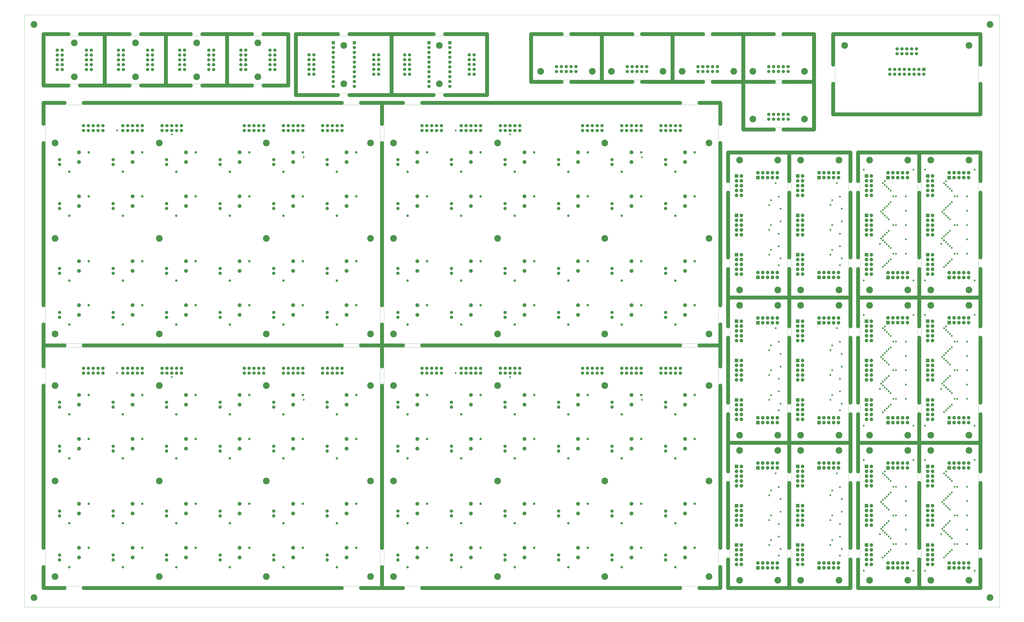
<source format=gbs>
%FSLAX44Y44*%
%MOMM*%
G71*
G01*
G75*
G04 Layer_Color=16711935*
%ADD10C,0.1000*%
%ADD11C,2.0000*%
%ADD12C,1.5000*%
%ADD13R,1.5000X1.4000*%
%ADD14C,0.3048*%
%ADD15C,0.6350*%
%ADD16C,0.4064*%
%ADD17O,0.6000X1.9000*%
G04:AMPARAMS|DCode=18|XSize=0.64mm|YSize=0.8mm|CornerRadius=0.064mm|HoleSize=0mm|Usage=FLASHONLY|Rotation=180.000|XOffset=0mm|YOffset=0mm|HoleType=Round|Shape=RoundedRectangle|*
%AMROUNDEDRECTD18*
21,1,0.6400,0.6720,0,0,180.0*
21,1,0.5120,0.8000,0,0,180.0*
1,1,0.1280,-0.2560,0.3360*
1,1,0.1280,0.2560,0.3360*
1,1,0.1280,0.2560,-0.3360*
1,1,0.1280,-0.2560,-0.3360*
%
%ADD18ROUNDEDRECTD18*%
G04:AMPARAMS|DCode=19|XSize=0.44mm|YSize=0.8mm|CornerRadius=0.044mm|HoleSize=0mm|Usage=FLASHONLY|Rotation=180.000|XOffset=0mm|YOffset=0mm|HoleType=Round|Shape=RoundedRectangle|*
%AMROUNDEDRECTD19*
21,1,0.4400,0.7120,0,0,180.0*
21,1,0.3520,0.8000,0,0,180.0*
1,1,0.0880,-0.1760,0.3560*
1,1,0.0880,0.1760,0.3560*
1,1,0.0880,0.1760,-0.3560*
1,1,0.0880,-0.1760,-0.3560*
%
%ADD19ROUNDEDRECTD19*%
%ADD20R,1.4000X1.5000*%
%ADD21C,0.2540*%
%ADD22C,1.0160*%
%ADD23C,0.5080*%
%ADD24C,0.7620*%
G04:AMPARAMS|DCode=25|XSize=0.64mm|YSize=0.8mm|CornerRadius=0.064mm|HoleSize=0mm|Usage=FLASHONLY|Rotation=90.000|XOffset=0mm|YOffset=0mm|HoleType=Round|Shape=RoundedRectangle|*
%AMROUNDEDRECTD25*
21,1,0.6400,0.6720,0,0,90.0*
21,1,0.5120,0.8000,0,0,90.0*
1,1,0.1280,0.3360,0.2560*
1,1,0.1280,0.3360,-0.2560*
1,1,0.1280,-0.3360,-0.2560*
1,1,0.1280,-0.3360,0.2560*
%
%ADD25ROUNDEDRECTD25*%
G04:AMPARAMS|DCode=26|XSize=0.44mm|YSize=0.8mm|CornerRadius=0.044mm|HoleSize=0mm|Usage=FLASHONLY|Rotation=90.000|XOffset=0mm|YOffset=0mm|HoleType=Round|Shape=RoundedRectangle|*
%AMROUNDEDRECTD26*
21,1,0.4400,0.7120,0,0,90.0*
21,1,0.3520,0.8000,0,0,90.0*
1,1,0.0880,0.3560,0.1760*
1,1,0.0880,0.3560,-0.1760*
1,1,0.0880,-0.3560,-0.1760*
1,1,0.0880,-0.3560,0.1760*
%
%ADD26ROUNDEDRECTD26*%
%ADD27O,2.2000X0.6000*%
%ADD28C,1.2700*%
G04:AMPARAMS|DCode=29|XSize=2.1mm|YSize=1.4mm|CornerRadius=0.14mm|HoleSize=0mm|Usage=FLASHONLY|Rotation=90.000|XOffset=0mm|YOffset=0mm|HoleType=Round|Shape=RoundedRectangle|*
%AMROUNDEDRECTD29*
21,1,2.1000,1.1200,0,0,90.0*
21,1,1.8200,1.4000,0,0,90.0*
1,1,0.2800,0.5600,0.9100*
1,1,0.2800,0.5600,-0.9100*
1,1,0.2800,-0.5600,-0.9100*
1,1,0.2800,-0.5600,0.9100*
%
%ADD29ROUNDEDRECTD29*%
%ADD30C,3.3000*%
%ADD31R,1.5000X1.5000*%
%ADD32C,1.6500*%
%ADD33R,1.6500X1.6500*%
%ADD34R,1.6500X1.6500*%
%ADD35C,0.7620*%
%ADD36C,1.8000*%
%ADD37C,1.1000*%
%ADD38O,1.5500X1.5000*%
%ADD39R,1.5000X1.5000*%
%ADD40C,0.2000*%
%ADD41C,0.1500*%
%ADD42C,0.2500*%
%ADD43C,0.1200*%
%ADD44C,0.1400*%
%ADD45R,4.1000X1.9000*%
%ADD46R,1.9000X4.1000*%
%ADD47C,0.1800*%
%ADD48C,4.3000*%
%ADD49R,1.7032X1.6032*%
%ADD50O,0.8032X2.1032*%
G04:AMPARAMS|DCode=51|XSize=0.8432mm|YSize=1.0032mm|CornerRadius=0.1656mm|HoleSize=0mm|Usage=FLASHONLY|Rotation=180.000|XOffset=0mm|YOffset=0mm|HoleType=Round|Shape=RoundedRectangle|*
%AMROUNDEDRECTD51*
21,1,0.8432,0.6720,0,0,180.0*
21,1,0.5120,1.0032,0,0,180.0*
1,1,0.3312,-0.2560,0.3360*
1,1,0.3312,0.2560,0.3360*
1,1,0.3312,0.2560,-0.3360*
1,1,0.3312,-0.2560,-0.3360*
%
%ADD51ROUNDEDRECTD51*%
G04:AMPARAMS|DCode=52|XSize=0.6432mm|YSize=1.0032mm|CornerRadius=0.1456mm|HoleSize=0mm|Usage=FLASHONLY|Rotation=180.000|XOffset=0mm|YOffset=0mm|HoleType=Round|Shape=RoundedRectangle|*
%AMROUNDEDRECTD52*
21,1,0.6432,0.7120,0,0,180.0*
21,1,0.3520,1.0032,0,0,180.0*
1,1,0.2912,-0.1760,0.3560*
1,1,0.2912,0.1760,0.3560*
1,1,0.2912,0.1760,-0.3560*
1,1,0.2912,-0.1760,-0.3560*
%
%ADD52ROUNDEDRECTD52*%
%ADD53R,1.6032X1.7032*%
G04:AMPARAMS|DCode=54|XSize=0.8432mm|YSize=1.0032mm|CornerRadius=0.1656mm|HoleSize=0mm|Usage=FLASHONLY|Rotation=90.000|XOffset=0mm|YOffset=0mm|HoleType=Round|Shape=RoundedRectangle|*
%AMROUNDEDRECTD54*
21,1,0.8432,0.6720,0,0,90.0*
21,1,0.5120,1.0032,0,0,90.0*
1,1,0.3312,0.3360,0.2560*
1,1,0.3312,0.3360,-0.2560*
1,1,0.3312,-0.3360,-0.2560*
1,1,0.3312,-0.3360,0.2560*
%
%ADD54ROUNDEDRECTD54*%
G04:AMPARAMS|DCode=55|XSize=0.6432mm|YSize=1.0032mm|CornerRadius=0.1456mm|HoleSize=0mm|Usage=FLASHONLY|Rotation=90.000|XOffset=0mm|YOffset=0mm|HoleType=Round|Shape=RoundedRectangle|*
%AMROUNDEDRECTD55*
21,1,0.6432,0.7120,0,0,90.0*
21,1,0.3520,1.0032,0,0,90.0*
1,1,0.2912,0.3560,0.1760*
1,1,0.2912,0.3560,-0.1760*
1,1,0.2912,-0.3560,-0.1760*
1,1,0.2912,-0.3560,0.1760*
%
%ADD55ROUNDEDRECTD55*%
%ADD56O,2.4032X0.8032*%
G04:AMPARAMS|DCode=57|XSize=2.3032mm|YSize=1.6032mm|CornerRadius=0.2416mm|HoleSize=0mm|Usage=FLASHONLY|Rotation=90.000|XOffset=0mm|YOffset=0mm|HoleType=Round|Shape=RoundedRectangle|*
%AMROUNDEDRECTD57*
21,1,2.3032,1.1200,0,0,90.0*
21,1,1.8200,1.6032,0,0,90.0*
1,1,0.4832,0.5600,0.9100*
1,1,0.4832,0.5600,-0.9100*
1,1,0.4832,-0.5600,-0.9100*
1,1,0.4832,-0.5600,0.9100*
%
%ADD57ROUNDEDRECTD57*%
%ADD58C,3.5032*%
%ADD59C,1.7032*%
%ADD60R,1.7032X1.7032*%
%ADD61C,1.8532*%
%ADD62R,1.8532X1.8532*%
%ADD63R,1.8532X1.8532*%
%ADD64C,0.9652*%
%ADD65C,2.0032*%
%ADD66C,1.3032*%
%ADD67O,1.7532X1.7032*%
%ADD68R,1.7032X1.7032*%
D10*
X0Y0D02*
Y3100000D01*
X5100000D01*
Y0D02*
Y3100000D01*
X0Y0D02*
X5100000D01*
X110000Y210000D02*
Y310000D01*
X210000Y110000D02*
X310000D01*
X110000Y1160000D02*
Y1260000D01*
X210000Y1360000D02*
X310000D01*
X1660000D02*
X1760000D01*
X1860000Y1160000D02*
Y1260000D01*
Y210000D02*
Y310000D01*
X1660000Y110000D02*
X1760000D01*
X1660000Y1380000D02*
X1760000D01*
X1860000Y1480000D02*
Y1580000D01*
Y2430000D02*
Y2530000D01*
X1660000Y2630000D02*
X1760000D01*
X210000D02*
X310000D01*
X110000Y2430000D02*
Y2530000D01*
X210000Y1380000D02*
X310000D01*
X110000Y1480000D02*
Y1580000D01*
X3430000Y1380000D02*
X3530000D01*
X3630000Y1480000D02*
Y1580000D01*
Y2430000D02*
Y2530000D01*
X3430000Y2630000D02*
X3530000D01*
X1980000D02*
X2080000D01*
X1880000Y2430000D02*
Y2530000D01*
X1980000Y1380000D02*
X2080000D01*
X1880000Y1480000D02*
Y1580000D01*
X3430000Y110000D02*
X3530000D01*
X3630000Y210000D02*
Y310000D01*
Y1160000D02*
Y1260000D01*
X3430000Y1360000D02*
X3530000D01*
X1980000D02*
X2080000D01*
X1880000Y1160000D02*
Y1260000D01*
X1980000Y110000D02*
X2080000D01*
X1880000Y210000D02*
Y310000D01*
X230000Y2990000D02*
X290000D01*
X230000Y2740000D02*
X290000D01*
X550000D02*
X610000D01*
X550000Y2990000D02*
X610000D01*
X870000Y2740000D02*
X930000D01*
X870000Y2990000D02*
X930000D01*
X1190000Y2740000D02*
X1250000D01*
X1190000Y2990000D02*
X1250000D01*
X1640000D02*
X1700000D01*
X1640000Y2690000D02*
X1700000D01*
X2140000Y2990000D02*
X2200000D01*
X2140000Y2690000D02*
X2200000D01*
X3690000Y250000D02*
Y310000D01*
Y650000D02*
Y710000D01*
X3990000Y650000D02*
Y710000D01*
Y250000D02*
Y310000D01*
X4010000Y650000D02*
Y710000D01*
Y250000D02*
Y310000D01*
X4310000Y650000D02*
Y710000D01*
Y250000D02*
Y310000D01*
X4990000Y250000D02*
Y310000D01*
Y650000D02*
Y710000D01*
X4690000Y250000D02*
Y310000D01*
Y650000D02*
Y710000D01*
X4670000Y250000D02*
Y310000D01*
Y650000D02*
Y710000D01*
X4370000Y650000D02*
Y710000D01*
Y250000D02*
Y310000D01*
X4310000Y1010000D02*
Y1070000D01*
Y1410000D02*
Y1470000D01*
X4010000Y1010000D02*
Y1070000D01*
Y1410000D02*
Y1470000D01*
X3990000Y1010000D02*
Y1070000D01*
Y1410000D02*
Y1470000D01*
X3690000Y1410000D02*
Y1470000D01*
Y1010000D02*
Y1070000D01*
X4990000Y1010000D02*
Y1070000D01*
Y1410000D02*
Y1470000D01*
X4690000Y1010000D02*
Y1070000D01*
Y1410000D02*
Y1470000D01*
X4670000Y1010000D02*
Y1070000D01*
Y1410000D02*
Y1470000D01*
X4370000Y1410000D02*
Y1470000D01*
Y1010000D02*
Y1070000D01*
X4310000Y1770000D02*
Y1830000D01*
Y2170000D02*
Y2230000D01*
X4010000Y1770000D02*
Y1830000D01*
Y2170000D02*
Y2230000D01*
X3990000Y1770000D02*
Y1830000D01*
Y2170000D02*
Y2230000D01*
X3690000Y2170000D02*
Y2230000D01*
Y1770000D02*
Y1830000D01*
X4990000Y1770000D02*
Y1830000D01*
Y2170000D02*
Y2230000D01*
X4690000Y1770000D02*
Y1830000D01*
Y2170000D02*
Y2230000D01*
X4670000Y1770000D02*
Y1830000D01*
Y2170000D02*
Y2230000D01*
X4370000Y2170000D02*
Y2230000D01*
Y1770000D02*
Y1830000D01*
X4990000Y2740000D02*
Y2840000D01*
X4240000Y2740000D02*
Y2840000D01*
X2805000Y2760000D02*
X2865000D01*
X2805000Y2990000D02*
X2865000D01*
X3175000D02*
X3235000D01*
X3175000Y2760000D02*
X3235000D01*
X3545000Y2990000D02*
X3605000D01*
X3545000Y2760000D02*
X3605000D01*
X3915000Y2990000D02*
X3975000D01*
X3915000Y2760000D02*
X3975000D01*
X3915000Y2740000D02*
X3975000D01*
X3915000Y2510000D02*
X3975000D01*
D11*
X3530000Y1370000D02*
X3640000D01*
X100000Y100000D02*
X210000D01*
X100000D02*
Y210000D01*
Y1370000D02*
X210000D01*
X310000Y100000D02*
X1660000D01*
X1760000D02*
X1980000D01*
X2080000D02*
X3430000D01*
X3530000D02*
X3640000D01*
Y210000D01*
Y310000D02*
Y1160000D01*
Y1260000D02*
Y1480000D01*
Y1580000D02*
Y2430000D01*
X1870000Y1580000D02*
Y2430000D01*
Y1260000D02*
Y1480000D01*
Y310000D02*
Y1160000D01*
X100000Y1580000D02*
Y2430000D01*
Y1260000D02*
Y1480000D01*
Y310000D02*
Y1160000D01*
X2080000Y1370000D02*
X3430000D01*
X1760000D02*
X1980000D01*
X310000D02*
X1660000D01*
X1870000Y100000D02*
Y210000D01*
X5000000Y100000D02*
Y250000D01*
Y310000D02*
Y650000D01*
Y710000D02*
Y1010000D01*
Y1070000D02*
Y1410000D01*
Y1470000D02*
Y1770000D01*
Y1830000D02*
Y2170000D01*
Y2230000D02*
Y2380000D01*
X4680000Y2230000D02*
Y2380000D01*
Y1830000D02*
Y2170000D01*
Y1470000D02*
Y1770000D01*
Y1070000D02*
Y1410000D01*
Y710000D02*
Y1010000D01*
Y310000D02*
Y650000D01*
X4360000Y2230000D02*
Y2380000D01*
Y1830000D02*
Y2170000D01*
Y1470000D02*
Y1770000D01*
Y1070000D02*
Y1410000D01*
Y710000D02*
Y1010000D01*
Y310000D02*
Y650000D01*
Y100000D02*
Y250000D01*
X4320000Y2230000D02*
Y2380000D01*
Y1830000D02*
Y2170000D01*
Y1470000D02*
Y1770000D01*
Y1070000D02*
Y1410000D01*
Y710000D02*
Y1010000D01*
Y310000D02*
Y650000D01*
Y100000D02*
Y250000D01*
X4000000Y2230000D02*
Y2380000D01*
Y1830000D02*
Y2170000D01*
Y1470000D02*
Y1770000D01*
Y1070000D02*
Y1410000D01*
Y710000D02*
Y1010000D01*
Y310000D02*
Y650000D01*
X3680000Y2230000D02*
Y2380000D01*
Y1830000D02*
Y2170000D01*
Y1470000D02*
Y1770000D01*
Y1070000D02*
Y1410000D01*
Y710000D02*
Y1010000D01*
Y310000D02*
Y650000D01*
Y100000D02*
Y250000D01*
Y1620000D02*
X4320000D01*
X4360000D02*
X5000000D01*
X3680000Y860000D02*
X4320000D01*
X4360000D02*
X5000000D01*
X310000Y2640000D02*
X1660000D01*
X1760000D02*
X1980000D01*
X2080000D02*
X3430000D01*
X1870000Y2530000D02*
Y2640000D01*
X100000D02*
X210000D01*
X100000Y2530000D02*
Y2640000D01*
X3640000Y2530000D02*
Y2640000D01*
X3530000D02*
X3640000D01*
X100000Y2730000D02*
Y3000000D01*
X230000D01*
X100000Y2730000D02*
X230000D01*
X420000D02*
Y3000000D01*
X290000D02*
X550000D01*
X290000Y2730000D02*
X550000D01*
X610000D02*
X870000D01*
X610000Y3000000D02*
X870000D01*
X740000Y2730000D02*
Y3000000D01*
X930000Y2730000D02*
X1190000D01*
X930000Y3000000D02*
X1190000D01*
X1060000Y2730000D02*
Y3000000D01*
X1250000D02*
X1380000D01*
X1250000Y2730000D02*
X1380000D01*
Y3000000D01*
X1420000Y2680000D02*
Y3000000D01*
Y2680000D02*
X1640000D01*
X1700000D02*
X2140000D01*
X2200000D02*
X2420000D01*
Y3000000D01*
X2200000D02*
X2420000D01*
X1700000D02*
X2140000D01*
X1420000D02*
X1640000D01*
X1920000Y2680000D02*
Y3000000D01*
X2650000D02*
X2810000D01*
X2650000Y2750000D02*
Y3000000D01*
Y2750000D02*
X2810000D01*
X2860000D02*
X3180000D01*
X3230000D02*
X3550000D01*
X3600000D02*
X3920000D01*
X3970000D02*
X4130000D01*
X3970000Y3000000D02*
X4130000D01*
Y2500000D02*
Y3000000D01*
X3970000Y2500000D02*
X4130000D01*
X3760000D02*
X3920000D01*
X3760000D02*
Y3000000D01*
X3600000D02*
X3920000D01*
X3230000D02*
X3550000D01*
X2860000D02*
X3180000D01*
X3020000Y2750000D02*
Y3000000D01*
X3390000Y2750000D02*
Y3000000D01*
X4230000D02*
X5000000D01*
Y2840000D02*
Y3000000D01*
Y2580000D02*
Y2740000D01*
X4230000Y2580000D02*
X5000000D01*
X4230000D02*
Y2740000D01*
Y2840000D02*
Y3000000D01*
X4000000Y100000D02*
Y250000D01*
X4680000Y100000D02*
Y250000D01*
X3680000Y100000D02*
X4320000D01*
X4360000D02*
X5000000D01*
X3680000Y2380000D02*
X4320000D01*
X4360000D02*
X5000000D01*
D58*
X50000Y3050000D02*
D03*
Y50000D02*
D03*
X5050000D02*
D03*
Y3050000D02*
D03*
X3810000Y2805160D02*
D03*
X4080000D02*
D03*
X3440000D02*
D03*
X3710000D02*
D03*
X3070000D02*
D03*
X3340000D02*
D03*
X2700000D02*
D03*
X2970000D02*
D03*
X2170000Y2940000D02*
D03*
Y2740000D02*
D03*
X1670000Y2940000D02*
D03*
Y2740000D02*
D03*
X260400Y2953900D02*
D03*
Y2776100D02*
D03*
X580400Y2953900D02*
D03*
Y2776100D02*
D03*
X900400Y2953900D02*
D03*
Y2776100D02*
D03*
X1220400Y2953900D02*
D03*
Y2776100D02*
D03*
X4740000Y820000D02*
D03*
X4940000D02*
D03*
Y140000D02*
D03*
X4740000D02*
D03*
Y1580000D02*
D03*
X4940000D02*
D03*
Y900000D02*
D03*
X4740000D02*
D03*
Y2340000D02*
D03*
X4940000D02*
D03*
Y1660000D02*
D03*
X4740000D02*
D03*
X4420000Y820000D02*
D03*
X4620000D02*
D03*
Y140000D02*
D03*
X4420000D02*
D03*
Y1580000D02*
D03*
X4620000D02*
D03*
Y900000D02*
D03*
X4420000D02*
D03*
Y2340000D02*
D03*
X4620000D02*
D03*
Y1660000D02*
D03*
X4420000D02*
D03*
X1265000Y160000D02*
D03*
Y1160000D02*
D03*
Y660000D02*
D03*
X705000Y1160000D02*
D03*
Y160000D02*
D03*
X1810000Y660000D02*
D03*
X160000D02*
D03*
X705000D02*
D03*
X160000Y1160000D02*
D03*
X1810000D02*
D03*
Y160000D02*
D03*
X160000D02*
D03*
X3035000D02*
D03*
Y1160000D02*
D03*
Y660000D02*
D03*
X2475000Y1160000D02*
D03*
Y160000D02*
D03*
X3580000Y660000D02*
D03*
X1930000D02*
D03*
X2475000D02*
D03*
X1930000Y1160000D02*
D03*
X3580000D02*
D03*
Y160000D02*
D03*
X1930000D02*
D03*
X1265000Y1430000D02*
D03*
Y2430000D02*
D03*
Y1930000D02*
D03*
X705000Y2430000D02*
D03*
Y1430000D02*
D03*
X1810000Y1930000D02*
D03*
X160000D02*
D03*
X705000D02*
D03*
X160000Y2430000D02*
D03*
X1810000D02*
D03*
Y1430000D02*
D03*
X160000D02*
D03*
X3035000D02*
D03*
Y2430000D02*
D03*
Y1930000D02*
D03*
X2475000Y2430000D02*
D03*
Y1430000D02*
D03*
X3580000Y1930000D02*
D03*
X1930000D02*
D03*
X2475000D02*
D03*
X1930000Y2430000D02*
D03*
X3580000D02*
D03*
Y1430000D02*
D03*
X1930000D02*
D03*
X4060000Y140000D02*
D03*
X4260000D02*
D03*
Y820000D02*
D03*
X4060000D02*
D03*
Y900000D02*
D03*
X4260000D02*
D03*
Y1580000D02*
D03*
X4060000D02*
D03*
Y1660000D02*
D03*
X4260000D02*
D03*
Y2340000D02*
D03*
X4060000D02*
D03*
X3740000Y140000D02*
D03*
X3940000D02*
D03*
Y820000D02*
D03*
X3740000D02*
D03*
Y900000D02*
D03*
X3940000D02*
D03*
Y1580000D02*
D03*
X3740000D02*
D03*
Y1660000D02*
D03*
X3940000D02*
D03*
Y2340000D02*
D03*
X3740000D02*
D03*
X4290000Y2940000D02*
D03*
X4940000D02*
D03*
X3810000Y2555160D02*
D03*
X4080000D02*
D03*
D59*
X3893050Y2804400D02*
D03*
Y2829800D02*
D03*
X3918450Y2804400D02*
D03*
Y2829800D02*
D03*
X3943850Y2804400D02*
D03*
Y2829800D02*
D03*
X3969250Y2804400D02*
D03*
Y2829800D02*
D03*
X3994650Y2804400D02*
D03*
Y2829800D02*
D03*
X3523050Y2804400D02*
D03*
Y2829800D02*
D03*
X3548450Y2804400D02*
D03*
Y2829800D02*
D03*
X3573850Y2804400D02*
D03*
Y2829800D02*
D03*
X3599250Y2804400D02*
D03*
Y2829800D02*
D03*
X3624650Y2804400D02*
D03*
Y2829800D02*
D03*
X3153050Y2804400D02*
D03*
Y2829800D02*
D03*
X3178450Y2804400D02*
D03*
Y2829800D02*
D03*
X3203850Y2804400D02*
D03*
Y2829800D02*
D03*
X3229250Y2804400D02*
D03*
Y2829800D02*
D03*
X3254650Y2804400D02*
D03*
Y2829800D02*
D03*
X2783050Y2804400D02*
D03*
Y2829800D02*
D03*
X2808450Y2804400D02*
D03*
Y2829800D02*
D03*
X2833850Y2804400D02*
D03*
Y2829800D02*
D03*
X2859250Y2804400D02*
D03*
Y2829800D02*
D03*
X2884650Y2804400D02*
D03*
Y2829800D02*
D03*
X1988400Y2891000D02*
D03*
X2013800D02*
D03*
X1988400Y2865600D02*
D03*
X2013800D02*
D03*
X1988400Y2840200D02*
D03*
X2013800D02*
D03*
X1988400Y2814800D02*
D03*
X2013800D02*
D03*
X1988400Y2789400D02*
D03*
X2013800D02*
D03*
X2326700Y2891000D02*
D03*
X2352100D02*
D03*
X2326700Y2865600D02*
D03*
X2352100D02*
D03*
X2326700Y2840200D02*
D03*
X2352100D02*
D03*
X2326700Y2814800D02*
D03*
X2352100D02*
D03*
X2326700Y2789400D02*
D03*
X2352100D02*
D03*
X2115400Y2903700D02*
D03*
Y2725900D02*
D03*
Y2751300D02*
D03*
Y2776700D02*
D03*
Y2802100D02*
D03*
Y2827500D02*
D03*
Y2852900D02*
D03*
Y2878300D02*
D03*
Y2929100D02*
D03*
X2225100Y2903700D02*
D03*
Y2725900D02*
D03*
Y2751300D02*
D03*
Y2776700D02*
D03*
Y2802100D02*
D03*
Y2827500D02*
D03*
Y2852900D02*
D03*
Y2878300D02*
D03*
Y2929100D02*
D03*
X1488400Y2891000D02*
D03*
X1513800D02*
D03*
X1488400Y2865600D02*
D03*
X1513800D02*
D03*
X1488400Y2840200D02*
D03*
X1513800D02*
D03*
X1488400Y2814800D02*
D03*
X1513800D02*
D03*
X1488400Y2789400D02*
D03*
X1513800D02*
D03*
X1826700Y2891000D02*
D03*
X1852100D02*
D03*
X1826700Y2865600D02*
D03*
X1852100D02*
D03*
X1826700Y2840200D02*
D03*
X1852100D02*
D03*
X1826700Y2814800D02*
D03*
X1852100D02*
D03*
X1826700Y2789400D02*
D03*
X1852100D02*
D03*
X1615400Y2903700D02*
D03*
Y2725900D02*
D03*
Y2751300D02*
D03*
Y2776700D02*
D03*
Y2802100D02*
D03*
Y2827500D02*
D03*
Y2852900D02*
D03*
Y2878300D02*
D03*
Y2929100D02*
D03*
X1725100Y2903700D02*
D03*
Y2725900D02*
D03*
Y2751300D02*
D03*
Y2776700D02*
D03*
Y2802100D02*
D03*
Y2827500D02*
D03*
Y2852900D02*
D03*
Y2878300D02*
D03*
Y2929100D02*
D03*
X349300Y2814200D02*
D03*
X323900D02*
D03*
X349300Y2839600D02*
D03*
X323900D02*
D03*
X349300Y2865000D02*
D03*
X323900D02*
D03*
X349300Y2890400D02*
D03*
X323900D02*
D03*
X349300Y2915800D02*
D03*
X323900D02*
D03*
X171500D02*
D03*
X196900D02*
D03*
X171500Y2890400D02*
D03*
X196900D02*
D03*
X171500Y2865000D02*
D03*
X196900D02*
D03*
X171500Y2839600D02*
D03*
X196900D02*
D03*
X171500Y2814200D02*
D03*
X196900D02*
D03*
X669300D02*
D03*
X643900D02*
D03*
X669300Y2839600D02*
D03*
X643900D02*
D03*
X669300Y2865000D02*
D03*
X643900D02*
D03*
X669300Y2890400D02*
D03*
X643900D02*
D03*
X669300Y2915800D02*
D03*
X643900D02*
D03*
X491500D02*
D03*
X516900D02*
D03*
X491500Y2890400D02*
D03*
X516900D02*
D03*
X491500Y2865000D02*
D03*
X516900D02*
D03*
X491500Y2839600D02*
D03*
X516900D02*
D03*
X491500Y2814200D02*
D03*
X516900D02*
D03*
X989300D02*
D03*
X963900D02*
D03*
X989300Y2839600D02*
D03*
X963900D02*
D03*
X989300Y2865000D02*
D03*
X963900D02*
D03*
X989300Y2890400D02*
D03*
X963900D02*
D03*
X989300Y2915800D02*
D03*
X963900D02*
D03*
X811500D02*
D03*
X836900D02*
D03*
X811500Y2890400D02*
D03*
X836900D02*
D03*
X811500Y2865000D02*
D03*
X836900D02*
D03*
X811500Y2839600D02*
D03*
X836900D02*
D03*
X811500Y2814200D02*
D03*
X836900D02*
D03*
X1309300D02*
D03*
X1283900D02*
D03*
X1309300Y2839600D02*
D03*
X1283900D02*
D03*
X1309300Y2865000D02*
D03*
X1283900D02*
D03*
X1309300Y2890400D02*
D03*
X1283900D02*
D03*
X1309300Y2915800D02*
D03*
X1283900D02*
D03*
X1131500D02*
D03*
X1156900D02*
D03*
X1131500Y2890400D02*
D03*
X1156900D02*
D03*
X1131500Y2865000D02*
D03*
X1156900D02*
D03*
X1131500Y2839600D02*
D03*
X1156900D02*
D03*
X1131500Y2814200D02*
D03*
X1156900D02*
D03*
X1583400Y272700D02*
D03*
Y502700D02*
D03*
Y842700D02*
D03*
Y1072700D02*
D03*
X1303400Y272700D02*
D03*
X1303400Y502700D02*
D03*
Y842700D02*
D03*
Y1072700D02*
D03*
X1023400Y272700D02*
D03*
Y502700D02*
D03*
Y842700D02*
D03*
Y1072700D02*
D03*
X743400Y272700D02*
D03*
X743400Y502700D02*
D03*
Y842700D02*
D03*
X743400Y1072700D02*
D03*
X463400Y272700D02*
D03*
X463400Y502700D02*
D03*
Y842700D02*
D03*
X463400Y1072700D02*
D03*
X183400Y272700D02*
D03*
Y502700D02*
D03*
Y842700D02*
D03*
X183400Y1072700D02*
D03*
X1559200Y1225000D02*
D03*
Y1250400D02*
D03*
X1584600Y1225000D02*
D03*
Y1250400D02*
D03*
X1610000Y1225000D02*
D03*
Y1250400D02*
D03*
X1635400Y1225000D02*
D03*
Y1250400D02*
D03*
X1660800Y1225000D02*
D03*
Y1250400D02*
D03*
X719200Y1225000D02*
D03*
Y1250400D02*
D03*
X744600Y1225000D02*
D03*
Y1250400D02*
D03*
X770000Y1225000D02*
D03*
Y1250400D02*
D03*
X795400Y1225000D02*
D03*
Y1250400D02*
D03*
X820800Y1225000D02*
D03*
Y1250400D02*
D03*
X1354200Y1225000D02*
D03*
Y1250400D02*
D03*
X1379600Y1225000D02*
D03*
Y1250400D02*
D03*
X1405000Y1225000D02*
D03*
Y1250400D02*
D03*
X1430400Y1225000D02*
D03*
Y1250400D02*
D03*
X1455800Y1225000D02*
D03*
Y1250400D02*
D03*
X514200Y1225000D02*
D03*
Y1250400D02*
D03*
X539600Y1225000D02*
D03*
Y1250400D02*
D03*
X565000Y1225000D02*
D03*
Y1250400D02*
D03*
X590400Y1225000D02*
D03*
Y1250400D02*
D03*
X615800Y1225000D02*
D03*
Y1250400D02*
D03*
X1149200Y1225000D02*
D03*
Y1250400D02*
D03*
X1174600Y1225000D02*
D03*
Y1250400D02*
D03*
X1200000Y1225000D02*
D03*
Y1250400D02*
D03*
X1225400Y1225000D02*
D03*
Y1250400D02*
D03*
X1250800Y1225000D02*
D03*
Y1250400D02*
D03*
X309200Y1225000D02*
D03*
Y1250400D02*
D03*
X334600Y1225000D02*
D03*
Y1250400D02*
D03*
X360000Y1225000D02*
D03*
Y1250400D02*
D03*
X385400Y1225000D02*
D03*
Y1250400D02*
D03*
X410800Y1225000D02*
D03*
Y1250400D02*
D03*
X3353400Y272700D02*
D03*
Y502700D02*
D03*
Y842700D02*
D03*
Y1072700D02*
D03*
X3073400Y272700D02*
D03*
X3073400Y502700D02*
D03*
Y842700D02*
D03*
Y1072700D02*
D03*
X2793400Y272700D02*
D03*
Y502700D02*
D03*
Y842700D02*
D03*
Y1072700D02*
D03*
X2513400Y272700D02*
D03*
X2513400Y502700D02*
D03*
Y842700D02*
D03*
X2513400Y1072700D02*
D03*
X2233400Y272700D02*
D03*
X2233400Y502700D02*
D03*
Y842700D02*
D03*
X2233400Y1072700D02*
D03*
X1953400Y272700D02*
D03*
Y502700D02*
D03*
Y842700D02*
D03*
X1953400Y1072700D02*
D03*
X3329200Y1225000D02*
D03*
Y1250400D02*
D03*
X3354600Y1225000D02*
D03*
Y1250400D02*
D03*
X3380000Y1225000D02*
D03*
Y1250400D02*
D03*
X3405400Y1225000D02*
D03*
Y1250400D02*
D03*
X3430800Y1225000D02*
D03*
Y1250400D02*
D03*
X2489200Y1225000D02*
D03*
Y1250400D02*
D03*
X2514600Y1225000D02*
D03*
Y1250400D02*
D03*
X2540000Y1225000D02*
D03*
Y1250400D02*
D03*
X2565400Y1225000D02*
D03*
Y1250400D02*
D03*
X2590800Y1225000D02*
D03*
Y1250400D02*
D03*
X3124200Y1225000D02*
D03*
Y1250400D02*
D03*
X3149600Y1225000D02*
D03*
Y1250400D02*
D03*
X3175000Y1225000D02*
D03*
Y1250400D02*
D03*
X3200400Y1225000D02*
D03*
Y1250400D02*
D03*
X3225800Y1225000D02*
D03*
Y1250400D02*
D03*
X2284200Y1225000D02*
D03*
Y1250400D02*
D03*
X2309600Y1225000D02*
D03*
Y1250400D02*
D03*
X2335000Y1225000D02*
D03*
Y1250400D02*
D03*
X2360400Y1225000D02*
D03*
Y1250400D02*
D03*
X2385800Y1225000D02*
D03*
Y1250400D02*
D03*
X2919200Y1225000D02*
D03*
Y1250400D02*
D03*
X2944600Y1225000D02*
D03*
Y1250400D02*
D03*
X2970000Y1225000D02*
D03*
Y1250400D02*
D03*
X2995400Y1225000D02*
D03*
Y1250400D02*
D03*
X3020800Y1225000D02*
D03*
Y1250400D02*
D03*
X2079200Y1225000D02*
D03*
Y1250400D02*
D03*
X2104600Y1225000D02*
D03*
Y1250400D02*
D03*
X2130000Y1225000D02*
D03*
Y1250400D02*
D03*
X2155400Y1225000D02*
D03*
Y1250400D02*
D03*
X2180800Y1225000D02*
D03*
Y1250400D02*
D03*
X1583400Y1542700D02*
D03*
Y1772700D02*
D03*
Y2112700D02*
D03*
Y2342700D02*
D03*
X1303400Y1542700D02*
D03*
X1303400Y1772700D02*
D03*
Y2112700D02*
D03*
Y2342700D02*
D03*
X1023400Y1542700D02*
D03*
Y1772700D02*
D03*
Y2112700D02*
D03*
Y2342700D02*
D03*
X743400Y1542700D02*
D03*
X743400Y1772700D02*
D03*
Y2112700D02*
D03*
X743400Y2342700D02*
D03*
X463400Y1542700D02*
D03*
X463400Y1772700D02*
D03*
Y2112700D02*
D03*
X463400Y2342700D02*
D03*
X183400Y1542700D02*
D03*
Y1772700D02*
D03*
Y2112700D02*
D03*
X183400Y2342700D02*
D03*
X1559200Y2495000D02*
D03*
Y2520400D02*
D03*
X1584600Y2495000D02*
D03*
Y2520400D02*
D03*
X1610000Y2495000D02*
D03*
Y2520400D02*
D03*
X1635400Y2495000D02*
D03*
Y2520400D02*
D03*
X1660800Y2495000D02*
D03*
Y2520400D02*
D03*
X719200Y2495000D02*
D03*
Y2520400D02*
D03*
X744600Y2495000D02*
D03*
Y2520400D02*
D03*
X770000Y2495000D02*
D03*
Y2520400D02*
D03*
X795400Y2495000D02*
D03*
Y2520400D02*
D03*
X820800Y2495000D02*
D03*
Y2520400D02*
D03*
X1354200Y2495000D02*
D03*
Y2520400D02*
D03*
X1379600Y2495000D02*
D03*
Y2520400D02*
D03*
X1405000Y2495000D02*
D03*
Y2520400D02*
D03*
X1430400Y2495000D02*
D03*
Y2520400D02*
D03*
X1455800Y2495000D02*
D03*
Y2520400D02*
D03*
X514200Y2495000D02*
D03*
Y2520400D02*
D03*
X539600Y2495000D02*
D03*
Y2520400D02*
D03*
X565000Y2495000D02*
D03*
Y2520400D02*
D03*
X590400Y2495000D02*
D03*
Y2520400D02*
D03*
X615800Y2495000D02*
D03*
Y2520400D02*
D03*
X1149200Y2495000D02*
D03*
Y2520400D02*
D03*
X1174600Y2495000D02*
D03*
Y2520400D02*
D03*
X1200000Y2495000D02*
D03*
Y2520400D02*
D03*
X1225400Y2495000D02*
D03*
Y2520400D02*
D03*
X1250800Y2495000D02*
D03*
Y2520400D02*
D03*
X309200Y2495000D02*
D03*
Y2520400D02*
D03*
X334600Y2495000D02*
D03*
Y2520400D02*
D03*
X360000Y2495000D02*
D03*
Y2520400D02*
D03*
X385400Y2495000D02*
D03*
Y2520400D02*
D03*
X410800Y2495000D02*
D03*
Y2520400D02*
D03*
X3353400Y1542700D02*
D03*
Y1772700D02*
D03*
Y2112700D02*
D03*
Y2342700D02*
D03*
X3073400Y1542700D02*
D03*
X3073400Y1772700D02*
D03*
Y2112700D02*
D03*
Y2342700D02*
D03*
X2793400Y1542700D02*
D03*
Y1772700D02*
D03*
Y2112700D02*
D03*
Y2342700D02*
D03*
X2513400Y1542700D02*
D03*
X2513400Y1772700D02*
D03*
Y2112700D02*
D03*
X2513400Y2342700D02*
D03*
X2233400Y1542700D02*
D03*
X2233400Y1772700D02*
D03*
Y2112700D02*
D03*
X2233400Y2342700D02*
D03*
X1953400Y1542700D02*
D03*
Y1772700D02*
D03*
Y2112700D02*
D03*
X1953400Y2342700D02*
D03*
X3329200Y2495000D02*
D03*
Y2520400D02*
D03*
X3354600Y2495000D02*
D03*
Y2520400D02*
D03*
X3380000Y2495000D02*
D03*
Y2520400D02*
D03*
X3405400Y2495000D02*
D03*
Y2520400D02*
D03*
X3430800Y2495000D02*
D03*
Y2520400D02*
D03*
X2489200Y2495000D02*
D03*
Y2520400D02*
D03*
X2514600Y2495000D02*
D03*
Y2520400D02*
D03*
X2540000Y2495000D02*
D03*
Y2520400D02*
D03*
X2565400Y2495000D02*
D03*
Y2520400D02*
D03*
X2590800Y2495000D02*
D03*
Y2520400D02*
D03*
X3124200Y2495000D02*
D03*
Y2520400D02*
D03*
X3149600Y2495000D02*
D03*
Y2520400D02*
D03*
X3175000Y2495000D02*
D03*
Y2520400D02*
D03*
X3200400Y2495000D02*
D03*
Y2520400D02*
D03*
X3225800Y2495000D02*
D03*
Y2520400D02*
D03*
X2284200Y2495000D02*
D03*
Y2520400D02*
D03*
X2309600Y2495000D02*
D03*
Y2520400D02*
D03*
X2335000Y2495000D02*
D03*
Y2520400D02*
D03*
X2360400Y2495000D02*
D03*
Y2520400D02*
D03*
X2385800Y2495000D02*
D03*
Y2520400D02*
D03*
X2919200Y2495000D02*
D03*
Y2520400D02*
D03*
X2944600Y2495000D02*
D03*
Y2520400D02*
D03*
X2970000Y2495000D02*
D03*
Y2520400D02*
D03*
X2995400Y2495000D02*
D03*
Y2520400D02*
D03*
X3020800Y2495000D02*
D03*
Y2520400D02*
D03*
X2079200Y2495000D02*
D03*
Y2520400D02*
D03*
X2104600Y2495000D02*
D03*
Y2520400D02*
D03*
X2130000Y2495000D02*
D03*
Y2520400D02*
D03*
X2155400Y2495000D02*
D03*
Y2520400D02*
D03*
X2180800Y2495000D02*
D03*
Y2520400D02*
D03*
X4564150Y2897450D02*
D03*
Y2922850D02*
D03*
X4589550Y2897450D02*
D03*
Y2922850D02*
D03*
X4614950Y2897450D02*
D03*
Y2922850D02*
D03*
X4640350Y2897450D02*
D03*
Y2922850D02*
D03*
X4665750Y2897450D02*
D03*
Y2922850D02*
D03*
X4526050Y2789500D02*
D03*
Y2814900D02*
D03*
X4551450Y2789500D02*
D03*
Y2814900D02*
D03*
X4576850Y2789500D02*
D03*
Y2814900D02*
D03*
X4602250Y2789500D02*
D03*
Y2814900D02*
D03*
X4627650Y2789500D02*
D03*
Y2814900D02*
D03*
X4653050Y2789500D02*
D03*
Y2814900D02*
D03*
X4678450Y2789500D02*
D03*
Y2814900D02*
D03*
X4703850Y2789500D02*
D03*
X3893050Y2554400D02*
D03*
Y2579800D02*
D03*
X3918450Y2554400D02*
D03*
Y2579800D02*
D03*
X3943850Y2554400D02*
D03*
Y2579800D02*
D03*
X3969250Y2554400D02*
D03*
Y2579800D02*
D03*
X3994650Y2554400D02*
D03*
Y2579800D02*
D03*
D60*
X2115400Y2954500D02*
D03*
X2225100D02*
D03*
X1615400D02*
D03*
X1725100D02*
D03*
D61*
X4861850Y754200D02*
D03*
X4836450Y754200D02*
D03*
X4887250Y754200D02*
D03*
X4912650D02*
D03*
X4938050D02*
D03*
X4887250Y728800D02*
D03*
X4861850D02*
D03*
X4938050D02*
D03*
X4912650D02*
D03*
X4724300Y686000D02*
D03*
Y711400D02*
D03*
X4749700Y736800D02*
D03*
X4749700Y686000D02*
D03*
Y711400D02*
D03*
X4724300Y660600D02*
D03*
Y635200D02*
D03*
X4749700Y660600D02*
D03*
Y635200D02*
D03*
X4724300Y480000D02*
D03*
Y505400D02*
D03*
X4749700Y530800D02*
D03*
X4749700Y480000D02*
D03*
Y505400D02*
D03*
X4724300Y454600D02*
D03*
Y429200D02*
D03*
X4749700Y454600D02*
D03*
Y429200D02*
D03*
X4724300Y274000D02*
D03*
Y299400D02*
D03*
X4749700Y324800D02*
D03*
X4749700Y274000D02*
D03*
Y299400D02*
D03*
X4724300Y248600D02*
D03*
Y223200D02*
D03*
X4749700Y248600D02*
D03*
Y223200D02*
D03*
X4861850Y230950D02*
D03*
X4836450Y230950D02*
D03*
X4887250Y230950D02*
D03*
X4912650D02*
D03*
X4938050D02*
D03*
X4887250Y205550D02*
D03*
X4861850D02*
D03*
X4938050D02*
D03*
X4912650D02*
D03*
X4861850Y1514200D02*
D03*
X4836450Y1514200D02*
D03*
X4887250Y1514200D02*
D03*
X4912650D02*
D03*
X4938050D02*
D03*
X4887250Y1488800D02*
D03*
X4861850D02*
D03*
X4938050D02*
D03*
X4912650D02*
D03*
X4724300Y1446000D02*
D03*
Y1471400D02*
D03*
X4749700Y1496800D02*
D03*
X4749700Y1446000D02*
D03*
Y1471400D02*
D03*
X4724300Y1420600D02*
D03*
Y1395200D02*
D03*
X4749700Y1420600D02*
D03*
Y1395200D02*
D03*
X4724300Y1240000D02*
D03*
Y1265400D02*
D03*
X4749700Y1290800D02*
D03*
X4749700Y1240000D02*
D03*
Y1265400D02*
D03*
X4724300Y1214600D02*
D03*
Y1189200D02*
D03*
X4749700Y1214600D02*
D03*
Y1189200D02*
D03*
X4724300Y1034000D02*
D03*
Y1059400D02*
D03*
X4749700Y1084800D02*
D03*
X4749700Y1034000D02*
D03*
Y1059400D02*
D03*
X4724300Y1008600D02*
D03*
Y983200D02*
D03*
X4749700Y1008600D02*
D03*
Y983200D02*
D03*
X4861850Y990950D02*
D03*
X4836450Y990950D02*
D03*
X4887250Y990950D02*
D03*
X4912650D02*
D03*
X4938050D02*
D03*
X4887250Y965550D02*
D03*
X4861850D02*
D03*
X4938050D02*
D03*
X4912650D02*
D03*
X4861850Y2274200D02*
D03*
X4836450Y2274200D02*
D03*
X4887250Y2274200D02*
D03*
X4912650D02*
D03*
X4938050D02*
D03*
X4887250Y2248800D02*
D03*
X4861850D02*
D03*
X4938050D02*
D03*
X4912650D02*
D03*
X4724300Y2206000D02*
D03*
Y2231400D02*
D03*
X4749700Y2256800D02*
D03*
X4749700Y2206000D02*
D03*
Y2231400D02*
D03*
X4724300Y2180600D02*
D03*
Y2155200D02*
D03*
X4749700Y2180600D02*
D03*
Y2155200D02*
D03*
X4724300Y2000000D02*
D03*
Y2025400D02*
D03*
X4749700Y2050800D02*
D03*
X4749700Y2000000D02*
D03*
Y2025400D02*
D03*
X4724300Y1974600D02*
D03*
Y1949200D02*
D03*
X4749700Y1974600D02*
D03*
Y1949200D02*
D03*
X4724300Y1794000D02*
D03*
Y1819400D02*
D03*
X4749700Y1844800D02*
D03*
X4749700Y1794000D02*
D03*
Y1819400D02*
D03*
X4724300Y1768600D02*
D03*
Y1743200D02*
D03*
X4749700Y1768600D02*
D03*
Y1743200D02*
D03*
X4861850Y1750950D02*
D03*
X4836450Y1750950D02*
D03*
X4887250Y1750950D02*
D03*
X4912650D02*
D03*
X4938050D02*
D03*
X4887250Y1725550D02*
D03*
X4861850D02*
D03*
X4938050D02*
D03*
X4912650D02*
D03*
X4541850Y754200D02*
D03*
X4516450Y754200D02*
D03*
X4567250Y754200D02*
D03*
X4592650D02*
D03*
X4618050D02*
D03*
X4567250Y728800D02*
D03*
X4541850D02*
D03*
X4618050D02*
D03*
X4592650D02*
D03*
X4404300Y686000D02*
D03*
Y711400D02*
D03*
X4429700Y736800D02*
D03*
X4429700Y686000D02*
D03*
Y711400D02*
D03*
X4404300Y660600D02*
D03*
Y635200D02*
D03*
X4429700Y660600D02*
D03*
Y635200D02*
D03*
X4404300Y480000D02*
D03*
Y505400D02*
D03*
X4429700Y530800D02*
D03*
X4429700Y480000D02*
D03*
Y505400D02*
D03*
X4404300Y454600D02*
D03*
Y429200D02*
D03*
X4429700Y454600D02*
D03*
Y429200D02*
D03*
X4404300Y274000D02*
D03*
Y299400D02*
D03*
X4429700Y324800D02*
D03*
X4429700Y274000D02*
D03*
Y299400D02*
D03*
X4404300Y248600D02*
D03*
Y223200D02*
D03*
X4429700Y248600D02*
D03*
Y223200D02*
D03*
X4541850Y230950D02*
D03*
X4516450Y230950D02*
D03*
X4567250Y230950D02*
D03*
X4592650D02*
D03*
X4618050D02*
D03*
X4567250Y205550D02*
D03*
X4541850D02*
D03*
X4618050D02*
D03*
X4592650D02*
D03*
X4541850Y1514200D02*
D03*
X4516450Y1514200D02*
D03*
X4567250Y1514200D02*
D03*
X4592650D02*
D03*
X4618050D02*
D03*
X4567250Y1488800D02*
D03*
X4541850D02*
D03*
X4618050D02*
D03*
X4592650D02*
D03*
X4404300Y1446000D02*
D03*
Y1471400D02*
D03*
X4429700Y1496800D02*
D03*
X4429700Y1446000D02*
D03*
Y1471400D02*
D03*
X4404300Y1420600D02*
D03*
Y1395200D02*
D03*
X4429700Y1420600D02*
D03*
Y1395200D02*
D03*
X4404300Y1240000D02*
D03*
Y1265400D02*
D03*
X4429700Y1290800D02*
D03*
X4429700Y1240000D02*
D03*
Y1265400D02*
D03*
X4404300Y1214600D02*
D03*
Y1189200D02*
D03*
X4429700Y1214600D02*
D03*
Y1189200D02*
D03*
X4404300Y1034000D02*
D03*
Y1059400D02*
D03*
X4429700Y1084800D02*
D03*
X4429700Y1034000D02*
D03*
Y1059400D02*
D03*
X4404300Y1008600D02*
D03*
Y983200D02*
D03*
X4429700Y1008600D02*
D03*
Y983200D02*
D03*
X4541850Y990950D02*
D03*
X4516450Y990950D02*
D03*
X4567250Y990950D02*
D03*
X4592650D02*
D03*
X4618050D02*
D03*
X4567250Y965550D02*
D03*
X4541850D02*
D03*
X4618050D02*
D03*
X4592650D02*
D03*
X4541850Y2274200D02*
D03*
X4516450Y2274200D02*
D03*
X4567250Y2274200D02*
D03*
X4592650D02*
D03*
X4618050D02*
D03*
X4567250Y2248800D02*
D03*
X4541850D02*
D03*
X4618050D02*
D03*
X4592650D02*
D03*
X4404300Y2206000D02*
D03*
Y2231400D02*
D03*
X4429700Y2256800D02*
D03*
X4429700Y2206000D02*
D03*
Y2231400D02*
D03*
X4404300Y2180600D02*
D03*
Y2155200D02*
D03*
X4429700Y2180600D02*
D03*
Y2155200D02*
D03*
X4404300Y2000000D02*
D03*
Y2025400D02*
D03*
X4429700Y2050800D02*
D03*
X4429700Y2000000D02*
D03*
Y2025400D02*
D03*
X4404300Y1974600D02*
D03*
Y1949200D02*
D03*
X4429700Y1974600D02*
D03*
Y1949200D02*
D03*
X4404300Y1794000D02*
D03*
Y1819400D02*
D03*
X4429700Y1844800D02*
D03*
X4429700Y1794000D02*
D03*
Y1819400D02*
D03*
X4404300Y1768600D02*
D03*
Y1743200D02*
D03*
X4429700Y1768600D02*
D03*
Y1743200D02*
D03*
X4541850Y1750950D02*
D03*
X4516450Y1750950D02*
D03*
X4567250Y1750950D02*
D03*
X4592650D02*
D03*
X4618050D02*
D03*
X4567250Y1725550D02*
D03*
X4541850D02*
D03*
X4618050D02*
D03*
X4592650D02*
D03*
X4044300Y711400D02*
D03*
Y686000D02*
D03*
X4069700Y736800D02*
D03*
X4069700Y686000D02*
D03*
Y711400D02*
D03*
X4044300Y660600D02*
D03*
Y635200D02*
D03*
X4069700Y660600D02*
D03*
Y635200D02*
D03*
X4044300Y505400D02*
D03*
Y480000D02*
D03*
X4069700Y530800D02*
D03*
X4069700Y480000D02*
D03*
Y505400D02*
D03*
X4044300Y454600D02*
D03*
Y429200D02*
D03*
X4069700Y454600D02*
D03*
Y429200D02*
D03*
X4044300Y299400D02*
D03*
Y274000D02*
D03*
X4069700Y324800D02*
D03*
X4069700Y274000D02*
D03*
Y299400D02*
D03*
X4044300Y248600D02*
D03*
Y223200D02*
D03*
X4069700Y248600D02*
D03*
Y223200D02*
D03*
X4181850Y754000D02*
D03*
X4156450Y754000D02*
D03*
X4207250Y754000D02*
D03*
X4232650D02*
D03*
X4258050D02*
D03*
X4181850Y728600D02*
D03*
X4207250D02*
D03*
X4232650D02*
D03*
X4258050D02*
D03*
X4181850Y231200D02*
D03*
X4156450Y231200D02*
D03*
X4207250Y231200D02*
D03*
X4232650D02*
D03*
X4258050D02*
D03*
X4181850Y205800D02*
D03*
X4207250D02*
D03*
X4232650D02*
D03*
X4258050D02*
D03*
X4044300Y1471400D02*
D03*
Y1446000D02*
D03*
X4069700Y1496800D02*
D03*
X4069700Y1446000D02*
D03*
Y1471400D02*
D03*
X4044300Y1420600D02*
D03*
Y1395200D02*
D03*
X4069700Y1420600D02*
D03*
Y1395200D02*
D03*
X4044300Y1265400D02*
D03*
Y1240000D02*
D03*
X4069700Y1290800D02*
D03*
X4069700Y1240000D02*
D03*
Y1265400D02*
D03*
X4044300Y1214600D02*
D03*
Y1189200D02*
D03*
X4069700Y1214600D02*
D03*
Y1189200D02*
D03*
X4044300Y1059400D02*
D03*
Y1034000D02*
D03*
X4069700Y1084800D02*
D03*
X4069700Y1034000D02*
D03*
Y1059400D02*
D03*
X4044300Y1008600D02*
D03*
Y983200D02*
D03*
X4069700Y1008600D02*
D03*
Y983200D02*
D03*
X4181850Y1514000D02*
D03*
X4156450Y1514000D02*
D03*
X4207250Y1514000D02*
D03*
X4232650D02*
D03*
X4258050D02*
D03*
X4181850Y1488600D02*
D03*
X4207250D02*
D03*
X4232650D02*
D03*
X4258050D02*
D03*
X4181850Y991200D02*
D03*
X4156450Y991200D02*
D03*
X4207250Y991200D02*
D03*
X4232650D02*
D03*
X4258050D02*
D03*
X4181850Y965800D02*
D03*
X4207250D02*
D03*
X4232650D02*
D03*
X4258050D02*
D03*
X4044300Y2231400D02*
D03*
Y2206000D02*
D03*
X4069700Y2256800D02*
D03*
X4069700Y2206000D02*
D03*
Y2231400D02*
D03*
X4044300Y2180600D02*
D03*
Y2155200D02*
D03*
X4069700Y2180600D02*
D03*
Y2155200D02*
D03*
X4044300Y2025400D02*
D03*
Y2000000D02*
D03*
X4069700Y2050800D02*
D03*
X4069700Y2000000D02*
D03*
Y2025400D02*
D03*
X4044300Y1974600D02*
D03*
Y1949200D02*
D03*
X4069700Y1974600D02*
D03*
Y1949200D02*
D03*
X4044300Y1819400D02*
D03*
Y1794000D02*
D03*
X4069700Y1844800D02*
D03*
X4069700Y1794000D02*
D03*
Y1819400D02*
D03*
X4044300Y1768600D02*
D03*
Y1743200D02*
D03*
X4069700Y1768600D02*
D03*
Y1743200D02*
D03*
X4181850Y2274000D02*
D03*
X4156450Y2274000D02*
D03*
X4207250Y2274000D02*
D03*
X4232650D02*
D03*
X4258050D02*
D03*
X4181850Y2248600D02*
D03*
X4207250D02*
D03*
X4232650D02*
D03*
X4258050D02*
D03*
X4181850Y1751200D02*
D03*
X4156450Y1751200D02*
D03*
X4207250Y1751200D02*
D03*
X4232650D02*
D03*
X4258050D02*
D03*
X4181850Y1725800D02*
D03*
X4207250D02*
D03*
X4232650D02*
D03*
X4258050D02*
D03*
X3724300Y711400D02*
D03*
Y686000D02*
D03*
X3749700Y736800D02*
D03*
X3749700Y686000D02*
D03*
Y711400D02*
D03*
X3724300Y660600D02*
D03*
Y635200D02*
D03*
X3749700Y660600D02*
D03*
Y635200D02*
D03*
X3724300Y505400D02*
D03*
Y480000D02*
D03*
X3749700Y530800D02*
D03*
X3749700Y480000D02*
D03*
Y505400D02*
D03*
X3724300Y454600D02*
D03*
Y429200D02*
D03*
X3749700Y454600D02*
D03*
Y429200D02*
D03*
X3724300Y299400D02*
D03*
Y274000D02*
D03*
X3749700Y324800D02*
D03*
X3749700Y274000D02*
D03*
Y299400D02*
D03*
X3724300Y248600D02*
D03*
Y223200D02*
D03*
X3749700Y248600D02*
D03*
Y223200D02*
D03*
X3861850Y754000D02*
D03*
X3836450Y754000D02*
D03*
X3887250Y754000D02*
D03*
X3912650D02*
D03*
X3938050D02*
D03*
X3861850Y728600D02*
D03*
X3887250D02*
D03*
X3912650D02*
D03*
X3938050D02*
D03*
X3861850Y231200D02*
D03*
X3836450Y231200D02*
D03*
X3887250Y231200D02*
D03*
X3912650D02*
D03*
X3938050D02*
D03*
X3861850Y205800D02*
D03*
X3887250D02*
D03*
X3912650D02*
D03*
X3938050D02*
D03*
X3724300Y1471400D02*
D03*
Y1446000D02*
D03*
X3749700Y1496800D02*
D03*
X3749700Y1446000D02*
D03*
Y1471400D02*
D03*
X3724300Y1420600D02*
D03*
Y1395200D02*
D03*
X3749700Y1420600D02*
D03*
Y1395200D02*
D03*
X3724300Y1265400D02*
D03*
Y1240000D02*
D03*
X3749700Y1290800D02*
D03*
X3749700Y1240000D02*
D03*
Y1265400D02*
D03*
X3724300Y1214600D02*
D03*
Y1189200D02*
D03*
X3749700Y1214600D02*
D03*
Y1189200D02*
D03*
X3724300Y1059400D02*
D03*
Y1034000D02*
D03*
X3749700Y1084800D02*
D03*
X3749700Y1034000D02*
D03*
Y1059400D02*
D03*
X3724300Y1008600D02*
D03*
Y983200D02*
D03*
X3749700Y1008600D02*
D03*
Y983200D02*
D03*
X3861850Y1514000D02*
D03*
X3836450Y1514000D02*
D03*
X3887250Y1514000D02*
D03*
X3912650D02*
D03*
X3938050D02*
D03*
X3861850Y1488600D02*
D03*
X3887250D02*
D03*
X3912650D02*
D03*
X3938050D02*
D03*
X3861850Y991200D02*
D03*
X3836450Y991200D02*
D03*
X3887250Y991200D02*
D03*
X3912650D02*
D03*
X3938050D02*
D03*
X3861850Y965800D02*
D03*
X3887250D02*
D03*
X3912650D02*
D03*
X3938050D02*
D03*
X3724300Y2231400D02*
D03*
Y2206000D02*
D03*
X3749700Y2256800D02*
D03*
X3749700Y2206000D02*
D03*
Y2231400D02*
D03*
X3724300Y2180600D02*
D03*
Y2155200D02*
D03*
X3749700Y2180600D02*
D03*
Y2155200D02*
D03*
X3724300Y2025400D02*
D03*
Y2000000D02*
D03*
X3749700Y2050800D02*
D03*
X3749700Y2000000D02*
D03*
Y2025400D02*
D03*
X3724300Y1974600D02*
D03*
Y1949200D02*
D03*
X3749700Y1974600D02*
D03*
Y1949200D02*
D03*
X3724300Y1819400D02*
D03*
Y1794000D02*
D03*
X3749700Y1844800D02*
D03*
X3749700Y1794000D02*
D03*
Y1819400D02*
D03*
X3724300Y1768600D02*
D03*
Y1743200D02*
D03*
X3749700Y1768600D02*
D03*
Y1743200D02*
D03*
X3861850Y2274000D02*
D03*
X3836450Y2274000D02*
D03*
X3887250Y2274000D02*
D03*
X3912650D02*
D03*
X3938050D02*
D03*
X3861850Y2248600D02*
D03*
X3887250D02*
D03*
X3912650D02*
D03*
X3938050D02*
D03*
X3861850Y1751200D02*
D03*
X3836450Y1751200D02*
D03*
X3887250Y1751200D02*
D03*
X3912650D02*
D03*
X3938050D02*
D03*
X3861850Y1725800D02*
D03*
X3887250D02*
D03*
X3912650D02*
D03*
X3938050D02*
D03*
D62*
X4836450Y728800D02*
D03*
X4836450Y205550D02*
D03*
X4836450Y1488800D02*
D03*
X4836450Y965550D02*
D03*
X4836450Y2248800D02*
D03*
X4836450Y1725550D02*
D03*
X4516450Y728800D02*
D03*
X4516450Y205550D02*
D03*
X4516450Y1488800D02*
D03*
X4516450Y965550D02*
D03*
X4516450Y2248800D02*
D03*
X4516450Y1725550D02*
D03*
X4156450Y728600D02*
D03*
Y205800D02*
D03*
Y1488600D02*
D03*
Y965800D02*
D03*
Y2248600D02*
D03*
Y1725800D02*
D03*
X3836450Y728600D02*
D03*
Y205800D02*
D03*
Y1488600D02*
D03*
Y965800D02*
D03*
Y2248600D02*
D03*
Y1725800D02*
D03*
D63*
X4724300Y736800D02*
D03*
Y530800D02*
D03*
Y324800D02*
D03*
Y1496800D02*
D03*
Y1290800D02*
D03*
Y1084800D02*
D03*
Y2256800D02*
D03*
Y2050800D02*
D03*
Y1844800D02*
D03*
X4404300Y736800D02*
D03*
Y530800D02*
D03*
Y324800D02*
D03*
Y1496800D02*
D03*
Y1290800D02*
D03*
Y1084800D02*
D03*
Y2256800D02*
D03*
Y2050800D02*
D03*
Y1844800D02*
D03*
X4044300Y736800D02*
D03*
Y530800D02*
D03*
Y324800D02*
D03*
Y1496800D02*
D03*
Y1290800D02*
D03*
Y1084800D02*
D03*
Y2256800D02*
D03*
Y2050800D02*
D03*
Y1844800D02*
D03*
X3724300Y736800D02*
D03*
Y530800D02*
D03*
Y324800D02*
D03*
Y1496800D02*
D03*
Y1290800D02*
D03*
Y1084800D02*
D03*
Y2256800D02*
D03*
Y2050800D02*
D03*
Y1844800D02*
D03*
D64*
X4794420Y381780D02*
D03*
X4830000Y280000D02*
D03*
X4820000Y270000D02*
D03*
X4810000Y260000D02*
D03*
X4840000Y290000D02*
D03*
Y370000D02*
D03*
X4830000Y380000D02*
D03*
X4820000Y390000D02*
D03*
X4800000Y410000D02*
D03*
X4810000Y420000D02*
D03*
X4820000Y430000D02*
D03*
X4830000Y440000D02*
D03*
Y520000D02*
D03*
X4820000Y530000D02*
D03*
X4810000Y540000D02*
D03*
X4800000Y550000D02*
D03*
X4810000Y560000D02*
D03*
X4820000Y570000D02*
D03*
X4830000Y580000D02*
D03*
X4840000Y590000D02*
D03*
X4810000Y400000D02*
D03*
X4840000Y670000D02*
D03*
X4820000Y690000D02*
D03*
X4830000Y680000D02*
D03*
X4810000Y700000D02*
D03*
X4878000Y330000D02*
D03*
Y480000D02*
D03*
Y630000D02*
D03*
X4865000Y330000D02*
D03*
Y480000D02*
D03*
Y630000D02*
D03*
X4820000Y710000D02*
D03*
X4930000Y480000D02*
D03*
Y630000D02*
D03*
Y330000D02*
D03*
X4850000Y300000D02*
D03*
X4840000Y450000D02*
D03*
Y510000D02*
D03*
X4850000Y360000D02*
D03*
Y600000D02*
D03*
Y660000D02*
D03*
X4710000Y190000D02*
D03*
X4970000D02*
D03*
Y770000D02*
D03*
X4710000D02*
D03*
X4930000Y405000D02*
D03*
Y555000D02*
D03*
X4794420Y1141780D02*
D03*
X4830000Y1040000D02*
D03*
X4820000Y1030000D02*
D03*
X4810000Y1020000D02*
D03*
X4840000Y1050000D02*
D03*
Y1130000D02*
D03*
X4830000Y1140000D02*
D03*
X4820000Y1150000D02*
D03*
X4800000Y1170000D02*
D03*
X4810000Y1180000D02*
D03*
X4820000Y1190000D02*
D03*
X4830000Y1200000D02*
D03*
Y1280000D02*
D03*
X4820000Y1290000D02*
D03*
X4810000Y1300000D02*
D03*
X4800000Y1310000D02*
D03*
X4810000Y1320000D02*
D03*
X4820000Y1330000D02*
D03*
X4830000Y1340000D02*
D03*
X4840000Y1350000D02*
D03*
X4810000Y1160000D02*
D03*
X4840000Y1430000D02*
D03*
X4820000Y1450000D02*
D03*
X4830000Y1440000D02*
D03*
X4810000Y1460000D02*
D03*
X4878000Y1090000D02*
D03*
Y1240000D02*
D03*
Y1390000D02*
D03*
X4865000Y1090000D02*
D03*
Y1240000D02*
D03*
Y1390000D02*
D03*
X4820000Y1470000D02*
D03*
X4930000Y1240000D02*
D03*
Y1390000D02*
D03*
Y1090000D02*
D03*
X4850000Y1060000D02*
D03*
X4840000Y1210000D02*
D03*
Y1270000D02*
D03*
X4850000Y1120000D02*
D03*
Y1360000D02*
D03*
Y1420000D02*
D03*
X4710000Y950000D02*
D03*
X4970000D02*
D03*
Y1530000D02*
D03*
X4710000D02*
D03*
X4930000Y1165000D02*
D03*
Y1315000D02*
D03*
X4794420Y1901780D02*
D03*
X4830000Y1800000D02*
D03*
X4820000Y1790000D02*
D03*
X4810000Y1780000D02*
D03*
X4840000Y1810000D02*
D03*
Y1890000D02*
D03*
X4830000Y1900000D02*
D03*
X4820000Y1910000D02*
D03*
X4800000Y1930000D02*
D03*
X4810000Y1940000D02*
D03*
X4820000Y1950000D02*
D03*
X4830000Y1960000D02*
D03*
Y2040000D02*
D03*
X4820000Y2050000D02*
D03*
X4810000Y2060000D02*
D03*
X4800000Y2070000D02*
D03*
X4810000Y2080000D02*
D03*
X4820000Y2090000D02*
D03*
X4830000Y2100000D02*
D03*
X4840000Y2110000D02*
D03*
X4810000Y1920000D02*
D03*
X4840000Y2190000D02*
D03*
X4820000Y2210000D02*
D03*
X4830000Y2200000D02*
D03*
X4810000Y2220000D02*
D03*
X4878000Y1850000D02*
D03*
Y2000000D02*
D03*
Y2150000D02*
D03*
X4865000Y1850000D02*
D03*
Y2000000D02*
D03*
Y2150000D02*
D03*
X4820000Y2230000D02*
D03*
X4930000Y2000000D02*
D03*
Y2150000D02*
D03*
Y1850000D02*
D03*
X4850000Y1820000D02*
D03*
X4840000Y1970000D02*
D03*
Y2030000D02*
D03*
X4850000Y1880000D02*
D03*
Y2120000D02*
D03*
Y2180000D02*
D03*
X4710000Y1710000D02*
D03*
X4970000D02*
D03*
Y2290000D02*
D03*
X4710000D02*
D03*
X4930000Y1925000D02*
D03*
Y2075000D02*
D03*
X4474420Y381780D02*
D03*
X4510000Y280000D02*
D03*
X4500000Y270000D02*
D03*
X4490000Y260000D02*
D03*
X4520000Y290000D02*
D03*
Y370000D02*
D03*
X4510000Y380000D02*
D03*
X4500000Y390000D02*
D03*
X4480000Y410000D02*
D03*
X4490000Y420000D02*
D03*
X4500000Y430000D02*
D03*
X4510000Y440000D02*
D03*
Y520000D02*
D03*
X4500000Y530000D02*
D03*
X4490000Y540000D02*
D03*
X4480000Y550000D02*
D03*
X4490000Y560000D02*
D03*
X4500000Y570000D02*
D03*
X4510000Y580000D02*
D03*
X4520000Y590000D02*
D03*
X4490000Y400000D02*
D03*
X4520000Y670000D02*
D03*
X4500000Y690000D02*
D03*
X4510000Y680000D02*
D03*
X4490000Y700000D02*
D03*
X4558000Y330000D02*
D03*
Y480000D02*
D03*
Y630000D02*
D03*
X4545000Y330000D02*
D03*
Y480000D02*
D03*
Y630000D02*
D03*
X4500000Y710000D02*
D03*
X4610000Y480000D02*
D03*
Y630000D02*
D03*
Y330000D02*
D03*
X4530000Y300000D02*
D03*
X4520000Y450000D02*
D03*
Y510000D02*
D03*
X4530000Y360000D02*
D03*
Y600000D02*
D03*
Y660000D02*
D03*
X4390000Y190000D02*
D03*
X4650000D02*
D03*
Y770000D02*
D03*
X4390000D02*
D03*
X4610000Y405000D02*
D03*
Y555000D02*
D03*
X4474420Y1141780D02*
D03*
X4510000Y1040000D02*
D03*
X4500000Y1030000D02*
D03*
X4490000Y1020000D02*
D03*
X4520000Y1050000D02*
D03*
Y1130000D02*
D03*
X4510000Y1140000D02*
D03*
X4500000Y1150000D02*
D03*
X4480000Y1170000D02*
D03*
X4490000Y1180000D02*
D03*
X4500000Y1190000D02*
D03*
X4510000Y1200000D02*
D03*
Y1280000D02*
D03*
X4500000Y1290000D02*
D03*
X4490000Y1300000D02*
D03*
X4480000Y1310000D02*
D03*
X4490000Y1320000D02*
D03*
X4500000Y1330000D02*
D03*
X4510000Y1340000D02*
D03*
X4520000Y1350000D02*
D03*
X4490000Y1160000D02*
D03*
X4520000Y1430000D02*
D03*
X4500000Y1450000D02*
D03*
X4510000Y1440000D02*
D03*
X4490000Y1460000D02*
D03*
X4558000Y1090000D02*
D03*
Y1240000D02*
D03*
Y1390000D02*
D03*
X4545000Y1090000D02*
D03*
Y1240000D02*
D03*
Y1390000D02*
D03*
X4500000Y1470000D02*
D03*
X4610000Y1240000D02*
D03*
Y1390000D02*
D03*
Y1090000D02*
D03*
X4530000Y1060000D02*
D03*
X4520000Y1210000D02*
D03*
Y1270000D02*
D03*
X4530000Y1120000D02*
D03*
Y1360000D02*
D03*
Y1420000D02*
D03*
X4390000Y950000D02*
D03*
X4650000D02*
D03*
Y1530000D02*
D03*
X4390000D02*
D03*
X4610000Y1165000D02*
D03*
Y1315000D02*
D03*
X4474420Y1901780D02*
D03*
X4510000Y1800000D02*
D03*
X4500000Y1790000D02*
D03*
X4490000Y1780000D02*
D03*
X4520000Y1810000D02*
D03*
Y1890000D02*
D03*
X4510000Y1900000D02*
D03*
X4500000Y1910000D02*
D03*
X4480000Y1930000D02*
D03*
X4490000Y1940000D02*
D03*
X4500000Y1950000D02*
D03*
X4510000Y1960000D02*
D03*
Y2040000D02*
D03*
X4500000Y2050000D02*
D03*
X4490000Y2060000D02*
D03*
X4480000Y2070000D02*
D03*
X4490000Y2080000D02*
D03*
X4500000Y2090000D02*
D03*
X4510000Y2100000D02*
D03*
X4520000Y2110000D02*
D03*
X4490000Y1920000D02*
D03*
X4520000Y2190000D02*
D03*
X4500000Y2210000D02*
D03*
X4510000Y2200000D02*
D03*
X4490000Y2220000D02*
D03*
X4558000Y1850000D02*
D03*
Y2000000D02*
D03*
Y2150000D02*
D03*
X4545000Y1850000D02*
D03*
Y2000000D02*
D03*
Y2150000D02*
D03*
X4500000Y2230000D02*
D03*
X4610000Y2000000D02*
D03*
Y2150000D02*
D03*
Y1850000D02*
D03*
X4530000Y1820000D02*
D03*
X4520000Y1970000D02*
D03*
Y2030000D02*
D03*
X4530000Y1880000D02*
D03*
Y2120000D02*
D03*
Y2180000D02*
D03*
X4390000Y1710000D02*
D03*
X4650000D02*
D03*
Y2290000D02*
D03*
X4390000D02*
D03*
X4610000Y1925000D02*
D03*
Y2075000D02*
D03*
X485000Y1225000D02*
D03*
X1460000Y1085000D02*
D03*
X770000Y1205000D02*
D03*
X2255000Y1225000D02*
D03*
X3230000Y1085000D02*
D03*
X2540000Y1205000D02*
D03*
X485000Y2495000D02*
D03*
X1460000Y2355000D02*
D03*
X770000Y2475000D02*
D03*
X2255000Y2495000D02*
D03*
X3230000Y2355000D02*
D03*
X2540000Y2475000D02*
D03*
X4215000Y325000D02*
D03*
X4225000Y350000D02*
D03*
X4215000Y455000D02*
D03*
X4225000Y480000D02*
D03*
X4215000Y585000D02*
D03*
X4225000Y610000D02*
D03*
X4265000Y369000D02*
D03*
X4275000Y305000D02*
D03*
X4265000Y270000D02*
D03*
X4275000Y499000D02*
D03*
X4265000Y435000D02*
D03*
X4275000Y566000D02*
D03*
X4265000Y629000D02*
D03*
X4249000Y700000D02*
D03*
X4215000Y1085000D02*
D03*
X4225000Y1110000D02*
D03*
X4215000Y1215000D02*
D03*
X4225000Y1240000D02*
D03*
X4215000Y1345000D02*
D03*
X4225000Y1370000D02*
D03*
X4265000Y1129000D02*
D03*
X4275000Y1065000D02*
D03*
X4265000Y1030000D02*
D03*
X4275000Y1259000D02*
D03*
X4265000Y1195000D02*
D03*
X4275000Y1326000D02*
D03*
X4265000Y1389000D02*
D03*
X4249000Y1460000D02*
D03*
X4215000Y1845000D02*
D03*
X4225000Y1870000D02*
D03*
X4215000Y1975000D02*
D03*
X4225000Y2000000D02*
D03*
X4215000Y2105000D02*
D03*
X4225000Y2130000D02*
D03*
X4265000Y1889000D02*
D03*
X4275000Y1825000D02*
D03*
X4265000Y1790000D02*
D03*
X4275000Y2019000D02*
D03*
X4265000Y1955000D02*
D03*
X4275000Y2086000D02*
D03*
X4265000Y2149000D02*
D03*
X4249000Y2220000D02*
D03*
X3895000Y325000D02*
D03*
X3905000Y350000D02*
D03*
X3895000Y455000D02*
D03*
X3905000Y480000D02*
D03*
X3895000Y585000D02*
D03*
X3905000Y610000D02*
D03*
X3945000Y369000D02*
D03*
X3955000Y305000D02*
D03*
X3945000Y270000D02*
D03*
X3955000Y499000D02*
D03*
X3945000Y435000D02*
D03*
X3955000Y566000D02*
D03*
X3945000Y629000D02*
D03*
X3929000Y700000D02*
D03*
X3895000Y1085000D02*
D03*
X3905000Y1110000D02*
D03*
X3895000Y1215000D02*
D03*
X3905000Y1240000D02*
D03*
X3895000Y1345000D02*
D03*
X3905000Y1370000D02*
D03*
X3945000Y1129000D02*
D03*
X3955000Y1065000D02*
D03*
X3945000Y1030000D02*
D03*
X3955000Y1259000D02*
D03*
X3945000Y1195000D02*
D03*
X3955000Y1326000D02*
D03*
X3945000Y1389000D02*
D03*
X3929000Y1460000D02*
D03*
X3895000Y1845000D02*
D03*
X3905000Y1870000D02*
D03*
X3895000Y1975000D02*
D03*
X3905000Y2000000D02*
D03*
X3895000Y2105000D02*
D03*
X3905000Y2130000D02*
D03*
X3945000Y1889000D02*
D03*
X3955000Y1825000D02*
D03*
X3945000Y1790000D02*
D03*
X3955000Y2019000D02*
D03*
X3945000Y1955000D02*
D03*
X3955000Y2086000D02*
D03*
X3945000Y2149000D02*
D03*
X3929000Y2220000D02*
D03*
D65*
X1685000Y260000D02*
D03*
Y310800D02*
D03*
Y490000D02*
D03*
Y540800D02*
D03*
Y830000D02*
D03*
Y880800D02*
D03*
Y1060000D02*
D03*
Y1110800D02*
D03*
X1405000Y260000D02*
D03*
Y310800D02*
D03*
X1405000Y490000D02*
D03*
Y540800D02*
D03*
Y830000D02*
D03*
Y880800D02*
D03*
Y1060000D02*
D03*
Y1110800D02*
D03*
X1125000Y260000D02*
D03*
Y310800D02*
D03*
Y490000D02*
D03*
Y540800D02*
D03*
Y830000D02*
D03*
Y880800D02*
D03*
Y1060000D02*
D03*
Y1110800D02*
D03*
X845000Y260000D02*
D03*
Y310800D02*
D03*
X845000Y490000D02*
D03*
Y540800D02*
D03*
Y830000D02*
D03*
Y880800D02*
D03*
X845000Y1060000D02*
D03*
Y1110800D02*
D03*
X565000Y260000D02*
D03*
Y310800D02*
D03*
X565000Y490000D02*
D03*
Y540800D02*
D03*
Y830000D02*
D03*
Y880800D02*
D03*
X565000Y1060000D02*
D03*
Y1110800D02*
D03*
X285000Y260000D02*
D03*
Y310800D02*
D03*
Y490000D02*
D03*
Y540800D02*
D03*
Y830000D02*
D03*
Y880800D02*
D03*
X285000Y1060000D02*
D03*
Y1110800D02*
D03*
X3455000Y260000D02*
D03*
Y310800D02*
D03*
Y490000D02*
D03*
Y540800D02*
D03*
Y830000D02*
D03*
Y880800D02*
D03*
Y1060000D02*
D03*
Y1110800D02*
D03*
X3175000Y260000D02*
D03*
Y310800D02*
D03*
X3175000Y490000D02*
D03*
Y540800D02*
D03*
Y830000D02*
D03*
Y880800D02*
D03*
Y1060000D02*
D03*
Y1110800D02*
D03*
X2895000Y260000D02*
D03*
Y310800D02*
D03*
Y490000D02*
D03*
Y540800D02*
D03*
Y830000D02*
D03*
Y880800D02*
D03*
Y1060000D02*
D03*
Y1110800D02*
D03*
X2615000Y260000D02*
D03*
Y310800D02*
D03*
X2615000Y490000D02*
D03*
Y540800D02*
D03*
Y830000D02*
D03*
Y880800D02*
D03*
X2615000Y1060000D02*
D03*
Y1110800D02*
D03*
X2335000Y260000D02*
D03*
Y310800D02*
D03*
X2335000Y490000D02*
D03*
Y540800D02*
D03*
Y830000D02*
D03*
Y880800D02*
D03*
X2335000Y1060000D02*
D03*
Y1110800D02*
D03*
X2055000Y260000D02*
D03*
Y310800D02*
D03*
Y490000D02*
D03*
Y540800D02*
D03*
Y830000D02*
D03*
Y880800D02*
D03*
X2055000Y1060000D02*
D03*
Y1110800D02*
D03*
X1685000Y1530000D02*
D03*
Y1580800D02*
D03*
Y1760000D02*
D03*
Y1810800D02*
D03*
Y2100000D02*
D03*
Y2150800D02*
D03*
Y2330000D02*
D03*
Y2380800D02*
D03*
X1405000Y1530000D02*
D03*
Y1580800D02*
D03*
X1405000Y1760000D02*
D03*
Y1810800D02*
D03*
Y2100000D02*
D03*
Y2150800D02*
D03*
Y2330000D02*
D03*
Y2380800D02*
D03*
X1125000Y1530000D02*
D03*
Y1580800D02*
D03*
Y1760000D02*
D03*
Y1810800D02*
D03*
Y2100000D02*
D03*
Y2150800D02*
D03*
Y2330000D02*
D03*
Y2380800D02*
D03*
X845000Y1530000D02*
D03*
Y1580800D02*
D03*
X845000Y1760000D02*
D03*
Y1810800D02*
D03*
Y2100000D02*
D03*
Y2150800D02*
D03*
X845000Y2330000D02*
D03*
Y2380800D02*
D03*
X565000Y1530000D02*
D03*
Y1580800D02*
D03*
X565000Y1760000D02*
D03*
Y1810800D02*
D03*
Y2100000D02*
D03*
Y2150800D02*
D03*
X565000Y2330000D02*
D03*
Y2380800D02*
D03*
X285000Y1530000D02*
D03*
Y1580800D02*
D03*
Y1760000D02*
D03*
Y1810800D02*
D03*
Y2100000D02*
D03*
Y2150800D02*
D03*
X285000Y2330000D02*
D03*
Y2380800D02*
D03*
X3455000Y1530000D02*
D03*
Y1580800D02*
D03*
Y1760000D02*
D03*
Y1810800D02*
D03*
Y2100000D02*
D03*
Y2150800D02*
D03*
Y2330000D02*
D03*
Y2380800D02*
D03*
X3175000Y1530000D02*
D03*
Y1580800D02*
D03*
X3175000Y1760000D02*
D03*
Y1810800D02*
D03*
Y2100000D02*
D03*
Y2150800D02*
D03*
Y2330000D02*
D03*
Y2380800D02*
D03*
X2895000Y1530000D02*
D03*
Y1580800D02*
D03*
Y1760000D02*
D03*
Y1810800D02*
D03*
Y2100000D02*
D03*
Y2150800D02*
D03*
Y2330000D02*
D03*
Y2380800D02*
D03*
X2615000Y1530000D02*
D03*
Y1580800D02*
D03*
X2615000Y1760000D02*
D03*
Y1810800D02*
D03*
Y2100000D02*
D03*
Y2150800D02*
D03*
X2615000Y2330000D02*
D03*
Y2380800D02*
D03*
X2335000Y1530000D02*
D03*
Y1580800D02*
D03*
X2335000Y1760000D02*
D03*
Y1810800D02*
D03*
Y2100000D02*
D03*
Y2150800D02*
D03*
X2335000Y2330000D02*
D03*
Y2380800D02*
D03*
X2055000Y1530000D02*
D03*
Y1580800D02*
D03*
Y1760000D02*
D03*
Y1810800D02*
D03*
Y2100000D02*
D03*
Y2150800D02*
D03*
X2055000Y2330000D02*
D03*
Y2380800D02*
D03*
D66*
X1634200Y209200D02*
D03*
X1735800Y310800D02*
D03*
X1634200Y439200D02*
D03*
X1735800Y540800D02*
D03*
X1634200Y779200D02*
D03*
X1735800Y880800D02*
D03*
X1634200Y1009200D02*
D03*
X1735800Y1110800D02*
D03*
X1354200Y209200D02*
D03*
X1455800Y310800D02*
D03*
X1354200Y439200D02*
D03*
X1455800Y540800D02*
D03*
X1354200Y779200D02*
D03*
X1455800Y880800D02*
D03*
X1354200Y1009200D02*
D03*
X1455800Y1110800D02*
D03*
X1074200Y209200D02*
D03*
X1175800Y310800D02*
D03*
X1074200Y439200D02*
D03*
X1175800Y540800D02*
D03*
X1074200Y779200D02*
D03*
X1175800Y880800D02*
D03*
X1074200Y1009200D02*
D03*
X1175800Y1110800D02*
D03*
X794200Y209200D02*
D03*
X895800Y310800D02*
D03*
X794200Y439200D02*
D03*
X895800Y540800D02*
D03*
X794200Y779200D02*
D03*
X895800Y880800D02*
D03*
X794200Y1009200D02*
D03*
X895800Y1110800D02*
D03*
X514200Y209200D02*
D03*
X615800Y310800D02*
D03*
X514200Y439200D02*
D03*
X615800Y540800D02*
D03*
X514200Y779200D02*
D03*
X615800Y880800D02*
D03*
X514200Y1009200D02*
D03*
X615800Y1110800D02*
D03*
X234200Y209200D02*
D03*
X335800Y310800D02*
D03*
X234200Y439200D02*
D03*
X335800Y540800D02*
D03*
X234200Y779200D02*
D03*
X335800Y880800D02*
D03*
X234200Y1009200D02*
D03*
X335800Y1110800D02*
D03*
X3404200Y209200D02*
D03*
X3505800Y310800D02*
D03*
X3404200Y439200D02*
D03*
X3505800Y540800D02*
D03*
X3404200Y779200D02*
D03*
X3505800Y880800D02*
D03*
X3404200Y1009200D02*
D03*
X3505800Y1110800D02*
D03*
X3124200Y209200D02*
D03*
X3225800Y310800D02*
D03*
X3124200Y439200D02*
D03*
X3225800Y540800D02*
D03*
X3124200Y779200D02*
D03*
X3225800Y880800D02*
D03*
X3124200Y1009200D02*
D03*
X3225800Y1110800D02*
D03*
X2844200Y209200D02*
D03*
X2945800Y310800D02*
D03*
X2844200Y439200D02*
D03*
X2945800Y540800D02*
D03*
X2844200Y779200D02*
D03*
X2945800Y880800D02*
D03*
X2844200Y1009200D02*
D03*
X2945800Y1110800D02*
D03*
X2564200Y209200D02*
D03*
X2665800Y310800D02*
D03*
X2564200Y439200D02*
D03*
X2665800Y540800D02*
D03*
X2564200Y779200D02*
D03*
X2665800Y880800D02*
D03*
X2564200Y1009200D02*
D03*
X2665800Y1110800D02*
D03*
X2284200Y209200D02*
D03*
X2385800Y310800D02*
D03*
X2284200Y439200D02*
D03*
X2385800Y540800D02*
D03*
X2284200Y779200D02*
D03*
X2385800Y880800D02*
D03*
X2284200Y1009200D02*
D03*
X2385800Y1110800D02*
D03*
X2004200Y209200D02*
D03*
X2105800Y310800D02*
D03*
X2004200Y439200D02*
D03*
X2105800Y540800D02*
D03*
X2004200Y779200D02*
D03*
X2105800Y880800D02*
D03*
X2004200Y1009200D02*
D03*
X2105800Y1110800D02*
D03*
X1634200Y1479200D02*
D03*
X1735800Y1580800D02*
D03*
X1634200Y1709200D02*
D03*
X1735800Y1810800D02*
D03*
X1634200Y2049200D02*
D03*
X1735800Y2150800D02*
D03*
X1634200Y2279200D02*
D03*
X1735800Y2380800D02*
D03*
X1354200Y1479200D02*
D03*
X1455800Y1580800D02*
D03*
X1354200Y1709200D02*
D03*
X1455800Y1810800D02*
D03*
X1354200Y2049200D02*
D03*
X1455800Y2150800D02*
D03*
X1354200Y2279200D02*
D03*
X1455800Y2380800D02*
D03*
X1074200Y1479200D02*
D03*
X1175800Y1580800D02*
D03*
X1074200Y1709200D02*
D03*
X1175800Y1810800D02*
D03*
X1074200Y2049200D02*
D03*
X1175800Y2150800D02*
D03*
X1074200Y2279200D02*
D03*
X1175800Y2380800D02*
D03*
X794200Y1479200D02*
D03*
X895800Y1580800D02*
D03*
X794200Y1709200D02*
D03*
X895800Y1810800D02*
D03*
X794200Y2049200D02*
D03*
X895800Y2150800D02*
D03*
X794200Y2279200D02*
D03*
X895800Y2380800D02*
D03*
X514200Y1479200D02*
D03*
X615800Y1580800D02*
D03*
X514200Y1709200D02*
D03*
X615800Y1810800D02*
D03*
X514200Y2049200D02*
D03*
X615800Y2150800D02*
D03*
X514200Y2279200D02*
D03*
X615800Y2380800D02*
D03*
X234200Y1479200D02*
D03*
X335800Y1580800D02*
D03*
X234200Y1709200D02*
D03*
X335800Y1810800D02*
D03*
X234200Y2049200D02*
D03*
X335800Y2150800D02*
D03*
X234200Y2279200D02*
D03*
X335800Y2380800D02*
D03*
X3404200Y1479200D02*
D03*
X3505800Y1580800D02*
D03*
X3404200Y1709200D02*
D03*
X3505800Y1810800D02*
D03*
X3404200Y2049200D02*
D03*
X3505800Y2150800D02*
D03*
X3404200Y2279200D02*
D03*
X3505800Y2380800D02*
D03*
X3124200Y1479200D02*
D03*
X3225800Y1580800D02*
D03*
X3124200Y1709200D02*
D03*
X3225800Y1810800D02*
D03*
X3124200Y2049200D02*
D03*
X3225800Y2150800D02*
D03*
X3124200Y2279200D02*
D03*
X3225800Y2380800D02*
D03*
X2844200Y1479200D02*
D03*
X2945800Y1580800D02*
D03*
X2844200Y1709200D02*
D03*
X2945800Y1810800D02*
D03*
X2844200Y2049200D02*
D03*
X2945800Y2150800D02*
D03*
X2844200Y2279200D02*
D03*
X2945800Y2380800D02*
D03*
X2564200Y1479200D02*
D03*
X2665800Y1580800D02*
D03*
X2564200Y1709200D02*
D03*
X2665800Y1810800D02*
D03*
X2564200Y2049200D02*
D03*
X2665800Y2150800D02*
D03*
X2564200Y2279200D02*
D03*
X2665800Y2380800D02*
D03*
X2284200Y1479200D02*
D03*
X2385800Y1580800D02*
D03*
X2284200Y1709200D02*
D03*
X2385800Y1810800D02*
D03*
X2284200Y2049200D02*
D03*
X2385800Y2150800D02*
D03*
X2284200Y2279200D02*
D03*
X2385800Y2380800D02*
D03*
X2004200Y1479200D02*
D03*
X2105800Y1580800D02*
D03*
X2004200Y1709200D02*
D03*
X2105800Y1810800D02*
D03*
X2004200Y2049200D02*
D03*
X2105800Y2150800D02*
D03*
X2004200Y2279200D02*
D03*
X2105800Y2380800D02*
D03*
D67*
X1583400Y247300D02*
D03*
Y477300D02*
D03*
Y817300D02*
D03*
Y1047300D02*
D03*
X1303400Y247300D02*
D03*
X1303400Y477300D02*
D03*
Y817300D02*
D03*
Y1047300D02*
D03*
X1023400Y247300D02*
D03*
Y477300D02*
D03*
Y817300D02*
D03*
Y1047300D02*
D03*
X743400Y247300D02*
D03*
X743400Y477300D02*
D03*
Y817300D02*
D03*
X743400Y1047300D02*
D03*
X463400Y247300D02*
D03*
X463400Y477300D02*
D03*
Y817300D02*
D03*
X463400Y1047300D02*
D03*
X183400Y247300D02*
D03*
Y477300D02*
D03*
Y817300D02*
D03*
X183400Y1047300D02*
D03*
X3353400Y247300D02*
D03*
Y477300D02*
D03*
Y817300D02*
D03*
Y1047300D02*
D03*
X3073400Y247300D02*
D03*
X3073400Y477300D02*
D03*
Y817300D02*
D03*
Y1047300D02*
D03*
X2793400Y247300D02*
D03*
Y477300D02*
D03*
Y817300D02*
D03*
Y1047300D02*
D03*
X2513400Y247300D02*
D03*
X2513400Y477300D02*
D03*
Y817300D02*
D03*
X2513400Y1047300D02*
D03*
X2233400Y247300D02*
D03*
X2233400Y477300D02*
D03*
Y817300D02*
D03*
X2233400Y1047300D02*
D03*
X1953400Y247300D02*
D03*
Y477300D02*
D03*
Y817300D02*
D03*
X1953400Y1047300D02*
D03*
X1583400Y1517300D02*
D03*
Y1747300D02*
D03*
Y2087300D02*
D03*
Y2317300D02*
D03*
X1303400Y1517300D02*
D03*
X1303400Y1747300D02*
D03*
Y2087300D02*
D03*
Y2317300D02*
D03*
X1023400Y1517300D02*
D03*
Y1747300D02*
D03*
Y2087300D02*
D03*
Y2317300D02*
D03*
X743400Y1517300D02*
D03*
X743400Y1747300D02*
D03*
Y2087300D02*
D03*
X743400Y2317300D02*
D03*
X463400Y1517300D02*
D03*
X463400Y1747300D02*
D03*
Y2087300D02*
D03*
X463400Y2317300D02*
D03*
X183400Y1517300D02*
D03*
Y1747300D02*
D03*
Y2087300D02*
D03*
X183400Y2317300D02*
D03*
X3353400Y1517300D02*
D03*
Y1747300D02*
D03*
Y2087300D02*
D03*
Y2317300D02*
D03*
X3073400Y1517300D02*
D03*
X3073400Y1747300D02*
D03*
Y2087300D02*
D03*
Y2317300D02*
D03*
X2793400Y1517300D02*
D03*
Y1747300D02*
D03*
Y2087300D02*
D03*
Y2317300D02*
D03*
X2513400Y1517300D02*
D03*
X2513400Y1747300D02*
D03*
Y2087300D02*
D03*
X2513400Y2317300D02*
D03*
X2233400Y1517300D02*
D03*
X2233400Y1747300D02*
D03*
Y2087300D02*
D03*
X2233400Y2317300D02*
D03*
X1953400Y1517300D02*
D03*
Y1747300D02*
D03*
Y2087300D02*
D03*
X1953400Y2317300D02*
D03*
D68*
X4703850Y2814900D02*
D03*
M02*

</source>
